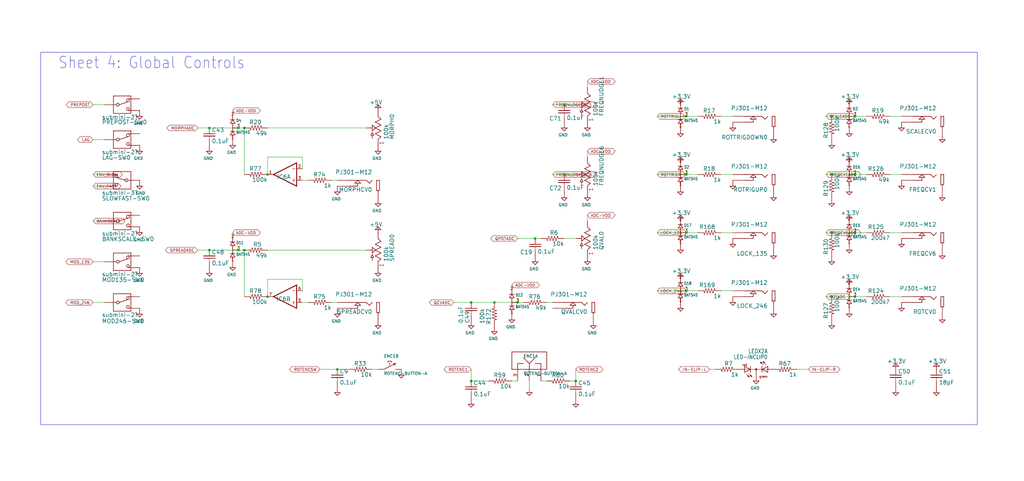
<source format=kicad_sch>
(kicad_sch (version 20231120) (generator "eeschema") (generator_version "8.0")
  (paper "User" 447.192 210.007)
  (lib_symbols
    (symbol "smrf-v1.0.1b-eagle-import:+3.3V" (power)
      (symbol "+3.3V_1_0"
        (pin power_in line (at 0 -2.54 90) (length 2.54) (name "+3.3V") (number "1"))
      )
    )
    (symbol "smrf-v1.0.1b-eagle-import:+5V" (power)
      (symbol "+5V_1_0"
        (pin power_in line (at 0 -2.54 90) (length 2.54) (name "+5V") (number "1"))
      )
    )
    (symbol "smrf-v1.0.1b-eagle-import:CB"
      (property "Reference" "C" (at 1.016 0.635 0))
      (symbol "CB_1_0"
        (pin passive line (at 0 2.54 270) (length 2.54) (name "1") (number "1"))
        (pin passive line (at 0 -5.08 90) (length 2.54) (name "2") (number "2"))
      )
    )
    (symbol "smrf-v1.0.1b-eagle-import:DIODE-DUAL"
      (property "Reference" "D" (at -1.524 2.54 0))
      (symbol "DIODE-DUAL_1_0"
        (pin bidirectional line (at 0 -5.08 180) (length 0) (name "ANODE") (number "1"))
        (pin bidirectional line (at 0 5.08 180) (length 0) (name "CATHODE") (number "2"))
        (pin bidirectional line (at -2.54 0 180) (length 0) (name "COMMON") (number "3"))
      )
    )
    (symbol "smrf-v1.0.1b-eagle-import:GND" (power)
      (symbol "GND_1_0"
        (pin power_in line (at 0 2.54 270) (length 2.54) (name "GND") (number "1"))
      )
    )
    (symbol "smrf-v1.0.1b-eagle-import:JACK-MONO-SWM2"
      (property "Reference" "J" (at -7.62 5.08 0))
      (symbol "JACK-MONO-SWM2_1_0"
        (pin passive line (at 7.62 2.54 180) (length 5.08) (name "TIP") (number "1"))
        (pin passive line (at -10.16 -5.08 90) (length 2.54) (name "SLEEVE") (number "2"))
        (pin passive line (at 7.62 0 180) (length 5.08) (name "TIP-SW") (number "3"))
      )
    )
    (symbol "smrf-v1.0.1b-eagle-import:LEDX2A"
      (property "Reference" "LED" (at 5.08 6.35 0))
      (symbol "LEDX2A_1_0"
        (text "green" (at 5.08 -2.54 0) (effects (font (size 1.016 0.8636)) (justify right top)))
        (text "red" (at -3.81 2.54 0) (effects (font (size 1.016 0.8636)) (justify right top)))
        (pin passive line (at -7.62 0 0) (length 2.54) (name "AR") (number "A-1"))
        (pin passive line (at 7.62 0 180) (length 2.54) (name "AG") (number "A-3"))
        (pin passive line (at 0 -2.54 90) (length 2.54) (name "C") (number "K-2"))
      )
    )
    (symbol "smrf-v1.0.1b-eagle-import:OPAMP-2TL072T"
      (property "Reference" "IC" (at -2.54 0 0))
      (symbol "OPAMP-2TL072T_1_0"
        (pin output line (at 7.62 0 180) (length 2.54) (name "OUT") (number "1"))
        (pin input line (at -7.62 -2.54 0) (length 2.54) (name "-IN") (number "2"))
        (pin input line (at -7.62 2.54 0) (length 2.54) (name "+IN") (number "3"))
      )
      (symbol "OPAMP-2TL072T_2_0"
        (pin input line (at -7.62 2.54 0) (length 2.54) (name "+IN") (number "5"))
        (pin input line (at -7.62 -2.54 0) (length 2.54) (name "-IN") (number "6"))
        (pin output line (at 7.62 0 180) (length 2.54) (name "OUT") (number "7"))
      )
      (symbol "OPAMP-2TL072T_3_0"
        (text "V+" (at 1.27 3.175 900) (effects (font (size 0.8128 0.6908)) (justify left bottom)))
        (text "V-" (at 1.27 -4.445 900) (effects (font (size 0.8128 0.6908)) (justify left bottom)))
        (pin power_in line (at 0 -7.62 90) (length 5.08) (name "V-") (number "4"))
        (pin power_in line (at 0 7.62 270) (length 5.08) (name "V+") (number "8"))
      )
    )
    (symbol "smrf-v1.0.1b-eagle-import:POTR0904N"
      (property "Reference" "VR" (at -5.08 -5.08 90))
      (symbol "POTR0904N_1_0"
        (text "1" (at -0.508 -7.366 900) (effects (font (size 1.778 1.5113)) (justify left bottom)))
        (pin passive line (at 0 -7.62 90) (length 2.54) (name "1") (number "1"))
        (pin passive line (at 5.08 0 180) (length 2.54) (name "2") (number "2"))
        (pin passive line (at 0 7.62 270) (length 2.54) (name "3") (number "3"))
      )
    )
    (symbol "smrf-v1.0.1b-eagle-import:RB"
      (property "Reference" "R" (at -2.54 1.4986 0))
      (symbol "RB_1_0"
        (pin passive line (at -5.08 0 0) (length 2.54) (name "1") (number "1"))
        (pin passive line (at 5.08 0 180) (length 2.54) (name "2") (number "2"))
      )
    )
    (symbol "smrf-v1.0.1b-eagle-import:ROTENC-BUTTON-A"
      (property "Reference" "ENC" (at -2.54 5.08 0))
      (symbol "ROTENC-BUTTON-A_1_0"
        (pin bidirectional line (at 5.08 -5.08 90) (length 5.08) (name "P$1") (number "1"))
        (pin bidirectional line (at 0 -5.08 90) (length 5.08) (name "P$2") (number "2"))
        (pin bidirectional line (at -5.08 -5.08 90) (length 5.08) (name "P$3") (number "3"))
      )
      (symbol "ROTENC-BUTTON-A_2_0"
        (pin passive line (at -5.08 0 0) (length 2.54) (name "P$1") (number "SW1"))
        (pin passive line (at 5.08 0 180) (length 2.54) (name "P$2") (number "SW2"))
      )
    )
    (symbol "smrf-v1.0.1b-eagle-import:SPDTT"
      (property "Reference" "S" (at -3.81 6.35 0))
      (symbol "SPDTT_1_0"
        (pin passive line (at 7.62 2.54 180) (length 5.08) (name "P$1") (number "P$1"))
        (pin passive line (at -7.62 0 0) (length 5.08) (name "P$2") (number "P$2"))
        (pin passive line (at 7.62 -2.54 180) (length 5.08) (name "P$3") (number "P$3"))
      )
    )
    (symbol "smrf-v1.0.1b-eagle-import:malekko main_RB"
      (property "Reference" "R" (at -2.54 1.4986 0))
      (symbol "malekko main_RB_1_0"
        (pin passive line (at -5.08 0 0) (length 2.54) (name "1") (number "1"))
        (pin passive line (at 5.08 0 180) (length 2.54) (name "2") (number "2"))
      )
    )
  )
  (junction (at 104.14 109.22))
  (junction (at 106.68 55.88))
  (junction (at 106.68 109.22))
  (junction (at 299.72 76.2))
  (junction (at 363.22 76.2))
  (junction (at 233.68 104.14))
  (junction (at 147.32 161.29))
  (junction (at 299.72 50.8))
  (junction (at 246.38 45.72))
  (junction (at 215.9 132.08))
  (junction (at 116.84 76.2))
  (junction (at 116.84 129.54))
  (junction (at 299.72 127))
  (junction (at 226.06 132.08))
  (junction (at 205.74 132.08))
  (junction (at 251.46 166.37))
  (junction (at 104.14 55.88))
  (junction (at 373.38 50.8))
  (junction (at 246.38 76.2))
  (junction (at 373.38 129.54))
  (junction (at 373.38 101.6))
  (junction (at 363.22 50.8))
  (junction (at 373.38 76.2))
  (junction (at 91.44 109.22))
  (junction (at 205.74 166.37))
  (junction (at 91.44 55.88))
  (junction (at 299.72 101.6))
  (junction (at 363.22 129.54))
  (junction (at 363.22 101.6))
  (wire (pts (xy 378.46 129.54) (xy 373.38 129.54)) (stroke (width 0.1524)))
  (wire (pts (xy 106.68 55.88) (xy 104.14 55.88)) (stroke (width 0.1524)))
  (wire (pts (xy 251.46 76.2) (xy 246.38 76.2)) (stroke (width 0.1524)))
  (wire (pts (xy 304.8 76.2) (xy 299.72 76.2)) (stroke (width 0.1524)))
  (wire (pts (xy 45.72 81.28) (xy 40.64 81.28)) (stroke (width 0.1524)))
  (wire (pts (xy 45.72 60.96) (xy 40.64 60.96)) (stroke (width 0.1524)))
  (wire (pts (xy 215.9 132.08) (xy 205.74 132.08)) (stroke (width 0.1524)))
  (wire (pts (xy 256.54 96.52) (xy 256.54 93.98)) (stroke (width 0.1524)))
  (wire (pts (xy 106.68 129.54) (xy 106.68 109.22)) (stroke (width 0.1524)))
  (wire (pts (xy 304.8 127) (xy 299.72 127)) (stroke (width 0.1524)))
  (wire (pts (xy 378.46 76.2) (xy 373.38 76.2)) (stroke (width 0.1524)))
  (wire (pts (xy 251.46 104.14) (xy 246.38 104.14)) (stroke (width 0.1524)))
  (wire (pts (xy 363.22 101.6) (xy 360.68 101.6)) (stroke (width 0.1524)))
  (wire (pts (xy 91.44 109.22) (xy 86.36 109.22)) (stroke (width 0.1524)))
  (wire (pts (xy 378.46 101.6) (xy 373.38 101.6)) (stroke (width 0.1524)))
  (wire (pts (xy 147.32 161.29) (xy 139.7 161.29)) (stroke (width 0.1524)))
  (wire (pts (xy 104.14 109.22) (xy 91.44 109.22)) (stroke (width 0.1524)))
  (wire (pts (xy 314.96 127) (xy 320.04 127)) (stroke (width 0.1524)))
  (wire (pts (xy 363.22 129.54) (xy 360.68 129.54)) (stroke (width 0.1524)))
  (wire (pts (xy 40.64 76.2) (xy 45.72 76.2)) (stroke (width 0.1524)))
  (wire (pts (xy 299.72 101.6) (xy 287.02 101.6)) (stroke (width 0.1524)))
  (wire (pts (xy 287.02 76.2) (xy 299.72 76.2)) (stroke (width 0.1524)))
  (wire (pts (xy 116.84 68.58) (xy 116.84 76.2)) (stroke (width 0.1524)))
  (wire (pts (xy 347.98 161.29) (xy 353.06 161.29)) (stroke (width 0.1524)))
  (wire (pts (xy 304.8 101.6) (xy 299.72 101.6)) (stroke (width 0.1524)))
  (wire (pts (xy 388.62 101.6) (xy 393.7 101.6)) (stroke (width 0.1524)))
  (wire (pts (xy 304.8 50.8) (xy 299.72 50.8)) (stroke (width 0.1524)))
  (wire (pts (xy 101.6 104.14) (xy 101.6 101.6)) (stroke (width 0.1524)))
  (wire (pts (xy 226.06 166.37) (xy 223.52 166.37)) (stroke (width 0.1524)))
  (wire (pts (xy 205.74 166.37) (xy 205.74 161.29)) (stroke (width 0.1524)))
  (wire (pts (xy 314.96 50.8) (xy 320.04 50.8)) (stroke (width 0.1524)))
  (wire (pts (xy 104.14 55.88) (xy 91.44 55.88)) (stroke (width 0.1524)))
  (wire (pts (xy 45.72 96.52) (xy 40.64 96.52)) (stroke (width 0.1524)))
  (wire (pts (xy 251.46 45.72) (xy 246.38 45.72)) (stroke (width 0.1524)))
  (wire (pts (xy 132.08 127) (xy 132.08 121.92)) (stroke (width 0.1524)))
  (wire (pts (xy 134.62 78.74) (xy 132.08 78.74)) (stroke (width 0.1524)))
  (wire (pts (xy 246.38 76.2) (xy 241.3 76.2)) (stroke (width 0.1524)))
  (wire (pts (xy 228.6 132.08) (xy 226.06 132.08)) (stroke (width 0.1524)))
  (wire (pts (xy 256.54 38.1) (xy 256.54 35.56)) (stroke (width 0.1524)))
  (wire (pts (xy 106.68 109.22) (xy 104.14 109.22)) (stroke (width 0.1524)))
  (polyline (pts (xy 17.78 185.42) (xy 17.78 22.86)) (stroke (width 0.1524) (type solid)))
  (wire (pts (xy 147.32 161.29) (xy 152.4 161.29)) (stroke (width 0.1524)))
  (polyline (pts (xy 426.72 185.42) (xy 17.78 185.42)) (stroke (width 0.1524) (type solid)))
  (wire (pts (xy 160.02 55.88) (xy 116.84 55.88)) (stroke (width 0.1524)))
  (wire (pts (xy 45.72 114.3) (xy 40.64 114.3)) (stroke (width 0.1524)))
  (wire (pts (xy 226.06 132.08) (xy 215.9 132.08)) (stroke (width 0.1524)))
  (wire (pts (xy 223.52 127) (xy 223.52 124.46)) (stroke (width 0.1524)))
  (wire (pts (xy 299.72 50.8) (xy 287.02 50.8)) (stroke (width 0.1524)))
  (wire (pts (xy 314.96 76.2) (xy 320.04 76.2)) (stroke (width 0.1524)))
  (wire (pts (xy 116.84 121.92) (xy 116.84 129.54)) (stroke (width 0.1524)))
  (wire (pts (xy 363.22 50.8) (xy 360.68 50.8)) (stroke (width 0.1524)))
  (wire (pts (xy 238.76 166.37) (xy 236.22 166.37)) (stroke (width 0.1524)))
  (wire (pts (xy 147.32 132.08) (xy 144.78 132.08)) (stroke (width 0.1524)))
  (wire (pts (xy 205.74 132.08) (xy 198.12 132.08)) (stroke (width 0.1524)))
  (wire (pts (xy 106.68 76.2) (xy 106.68 55.88)) (stroke (width 0.1524)))
  (wire (pts (xy 373.38 129.54) (xy 363.22 129.54)) (stroke (width 0.1524)))
  (wire (pts (xy 134.62 132.08) (xy 132.08 132.08)) (stroke (width 0.1524)))
  (wire (pts (xy 373.38 50.8) (xy 363.22 50.8)) (stroke (width 0.1524)))
  (wire (pts (xy 373.38 76.2) (xy 363.22 76.2)) (stroke (width 0.1524)))
  (wire (pts (xy 45.72 45.72) (xy 40.64 45.72)) (stroke (width 0.1524)))
  (wire (pts (xy 388.62 129.54) (xy 393.7 129.54)) (stroke (width 0.1524)))
  (wire (pts (xy 91.44 55.88) (xy 86.36 55.88)) (stroke (width 0.1524)))
  (wire (pts (xy 287.02 127) (xy 299.72 127)) (stroke (width 0.1524)))
  (wire (pts (xy 256.54 68.58) (xy 256.54 66.04)) (stroke (width 0.1524)))
  (wire (pts (xy 246.38 45.72) (xy 241.3 45.72)) (stroke (width 0.1524)))
  (wire (pts (xy 248.92 166.37) (xy 251.46 166.37)) (stroke (width 0.1524)))
  (polyline (pts (xy 426.72 22.86) (xy 426.72 185.42)) (stroke (width 0.1524) (type solid)))
  (wire (pts (xy 373.38 101.6) (xy 363.22 101.6)) (stroke (width 0.1524)))
  (wire (pts (xy 378.46 50.8) (xy 373.38 50.8)) (stroke (width 0.1524)))
  (wire (pts (xy 251.46 166.37) (xy 251.46 161.29)) (stroke (width 0.1524)))
  (wire (pts (xy 363.22 76.2) (xy 360.68 76.2)) (stroke (width 0.1524)))
  (wire (pts (xy 233.68 104.14) (xy 236.22 104.14)) (stroke (width 0.1524)))
  (wire (pts (xy 132.08 73.66) (xy 132.08 68.58)) (stroke (width 0.1524)))
  (wire (pts (xy 231.14 168.91) (xy 231.14 166.37)) (stroke (width 0.1524)))
  (wire (pts (xy 101.6 50.8) (xy 101.6 48.26)) (stroke (width 0.1524)))
  (wire (pts (xy 388.62 50.8) (xy 393.7 50.8)) (stroke (width 0.1524)))
  (wire (pts (xy 147.32 78.74) (xy 144.78 78.74)) (stroke (width 0.1524)))
  (wire (pts (xy 241.3 132.08) (xy 238.76 132.08)) (stroke (width 0.1524)))
  (wire (pts (xy 213.36 166.37) (xy 205.74 166.37)) (stroke (width 0.1524)))
  (wire (pts (xy 233.68 104.14) (xy 226.06 104.14)) (stroke (width 0.1524)))
  (wire (pts (xy 132.08 68.58) (xy 116.84 68.58)) (stroke (width 0.1524)))
  (wire (pts (xy 160.02 109.22) (xy 116.84 109.22)) (stroke (width 0.1524)))
  (wire (pts (xy 312.42 161.29) (xy 309.88 161.29)) (stroke (width 0.1524)))
  (wire (pts (xy 162.56 161.29) (xy 165.1 161.29)) (stroke (width 0.1524)))
  (wire (pts (xy 45.72 132.08) (xy 40.64 132.08)) (stroke (width 0.1524)))
  (wire (pts (xy 132.08 121.92) (xy 116.84 121.92)) (stroke (width 0.1524)))
  (wire (pts (xy 388.62 76.2) (xy 393.7 76.2)) (stroke (width 0.1524)))
  (polyline (pts (xy 17.78 22.86) (xy 426.72 22.86)) (stroke (width 0.1524) (type solid)))
  (wire (pts (xy 314.96 101.6) (xy 320.04 101.6)) (stroke (width 0.1524)))
  (text "Sheet 4: Global Controls" (at 25.4 30.48 0) (effects (font (size 5.08 4.318)) (justify left bottom)))
  (global_label "ENV_FAST" (shape bidirectional) (at 40.64 81.28 0) (effects (font (size 1.2446 1.2446))) (property "Intersheetrefs" "${INTERSHEET_REFS}" (effects (hide yes))))
  (global_label "FREQNUDGEADC1" (shape bidirectional) (at 241.3 45.72 0) (effects (font (size 1.2446 1.2446))) (property "Intersheetrefs" "${INTERSHEET_REFS}" (effects (hide yes))))
  (global_label "ADC-VDD" (shape bidirectional) (at 101.6 48.26 0) (effects (font (size 1.2446 1.2446))) (property "Intersheetrefs" "${INTERSHEET_REFS}" (effects (hide yes))))
  (global_label "BANKSCALE" (shape bidirectional) (at 40.64 96.52 0) (effects (font (size 1.2446 1.2446))) (property "Intersheetrefs" "${INTERSHEET_REFS}" (effects (hide yes))))
  (global_label "MORPHADC" (shape bidirectional) (at 86.36 55.88 180) (effects (font (size 1.2446 1.2446))) (property "Intersheetrefs" "${INTERSHEET_REFS}" (effects (hide yes))))
  (global_label "ROTTRIGL" (shape bidirectional) (at 287.02 50.8 0) (effects (font (size 1.2446 1.2446))) (property "Intersheetrefs" "${INTERSHEET_REFS}" (effects (hide yes))))
  (global_label "ADC-VDD" (shape bidirectional) (at 223.52 124.46 0) (effects (font (size 1.2446 1.2446))) (property "Intersheetrefs" "${INTERSHEET_REFS}" (effects (hide yes))))
  (global_label "ADC-VDD" (shape bidirectional) (at 101.6 101.6 0) (effects (font (size 1.2446 1.2446))) (property "Intersheetrefs" "${INTERSHEET_REFS}" (effects (hide yes))))
  (global_label "SPREADADC" (shape bidirectional) (at 86.36 109.22 180) (effects (font (size 1.2446 1.2446))) (property "Intersheetrefs" "${INTERSHEET_REFS}" (effects (hide yes))))
  (global_label "ADC-VDD" (shape bidirectional) (at 256.54 93.98 0) (effects (font (size 1.2446 1.2446))) (property "Intersheetrefs" "${INTERSHEET_REFS}" (effects (hide yes))))
  (global_label "ROTENC1" (shape bidirectional) (at 205.74 161.29 180) (effects (font (size 1.2446 1.2446))) (property "Intersheetrefs" "${INTERSHEET_REFS}" (effects (hide yes))))
  (global_label "MOD_135" (shape bidirectional) (at 40.64 114.3 180) (effects (font (size 1.2446 1.2446))) (property "Intersheetrefs" "${INTERSHEET_REFS}" (effects (hide yes))))
  (global_label "ROTENC2" (shape bidirectional) (at 251.46 161.29 0) (effects (font (size 1.2446 1.2446))) (property "Intersheetrefs" "${INTERSHEET_REFS}" (effects (hide yes))))
  (global_label "LOCK_135" (shape bidirectional) (at 287.02 101.6 0) (effects (font (size 1.2446 1.2446))) (property "Intersheetrefs" "${INTERSHEET_REFS}" (effects (hide yes))))
  (global_label "FREQNUDGEADC6" (shape bidirectional) (at 241.3 76.2 0) (effects (font (size 1.2446 1.2446))) (property "Intersheetrefs" "${INTERSHEET_REFS}" (effects (hide yes))))
  (global_label "PREPOST" (shape bidirectional) (at 40.64 45.72 180) (effects (font (size 1.2446 1.2446))) (property "Intersheetrefs" "${INTERSHEET_REFS}" (effects (hide yes))))
  (global_label "QCVADC" (shape bidirectional) (at 198.12 132.08 180) (effects (font (size 1.2446 1.2446))) (property "Intersheetrefs" "${INTERSHEET_REFS}" (effects (hide yes))))
  (global_label "SCALEADC" (shape bidirectional) (at 360.68 50.8 0) (effects (font (size 1.2446 1.2446))) (property "Intersheetrefs" "${INTERSHEET_REFS}" (effects (hide yes))))
  (global_label "ROTTRIGR" (shape bidirectional) (at 287.02 76.2 0) (effects (font (size 1.2446 1.2446))) (property "Intersheetrefs" "${INTERSHEET_REFS}" (effects (hide yes))))
  (global_label "ADC-VDD" (shape bidirectional) (at 256.54 66.04 0) (effects (font (size 1.2446 1.2446))) (property "Intersheetrefs" "${INTERSHEET_REFS}" (effects (hide yes))))
  (global_label "IN-CLIP-L" (shape bidirectional) (at 309.88 161.29 180) (effects (font (size 1.2446 1.2446))) (property "Intersheetrefs" "${INTERSHEET_REFS}" (effects (hide yes))))
  (global_label "ENV_SLOW" (shape bidirectional) (at 40.64 76.2 0) (effects (font (size 1.2446 1.2446))) (property "Intersheetrefs" "${INTERSHEET_REFS}" (effects (hide yes))))
  (global_label "LAG" (shape bidirectional) (at 40.64 60.96 180) (effects (font (size 1.2446 1.2446))) (property "Intersheetrefs" "${INTERSHEET_REFS}" (effects (hide yes))))
  (global_label "ROTADC" (shape bidirectional) (at 360.68 129.54 0) (effects (font (size 1.2446 1.2446))) (property "Intersheetrefs" "${INTERSHEET_REFS}" (effects (hide yes))))
  (global_label "LOCK_246" (shape bidirectional) (at 287.02 127 0) (effects (font (size 1.2446 1.2446))) (property "Intersheetrefs" "${INTERSHEET_REFS}" (effects (hide yes))))
  (global_label "IN-CLIP-R" (shape bidirectional) (at 353.06 161.29 0) (effects (font (size 1.2446 1.2446))) (property "Intersheetrefs" "${INTERSHEET_REFS}" (effects (hide yes))))
  (global_label "MOD_246" (shape bidirectional) (at 40.64 132.08 180) (effects (font (size 1.2446 1.2446))) (property "Intersheetrefs" "${INTERSHEET_REFS}" (effects (hide yes))))
  (global_label "FREQCV6ADC" (shape bidirectional) (at 360.68 101.6 0) (effects (font (size 1.2446 1.2446))) (property "Intersheetrefs" "${INTERSHEET_REFS}" (effects (hide yes))))
  (global_label "ADC-VDD" (shape bidirectional) (at 256.54 35.56 0) (effects (font (size 1.2446 1.2446))) (property "Intersheetrefs" "${INTERSHEET_REFS}" (effects (hide yes))))
  (global_label "ROTENCSW" (shape bidirectional) (at 139.7 161.29 180) (effects (font (size 1.2446 1.2446))) (property "Intersheetrefs" "${INTERSHEET_REFS}" (effects (hide yes))))
  (global_label "QPOTADC" (shape bidirectional) (at 226.06 104.14 180) (effects (font (size 1.2446 1.2446))) (property "Intersheetrefs" "${INTERSHEET_REFS}" (effects (hide yes))))
  (global_label "FREQCV1ADC" (shape bidirectional) (at 360.68 76.2 0) (effects (font (size 1.2446 1.2446))) (property "Intersheetrefs" "${INTERSHEET_REFS}" (effects (hide yes))))
  (symbol (lib_id "smrf-v1.0.1b-eagle-import:GND") (at 165.1 119.38 0) (unit 1)
    (property "Reference" "#GND197" (effects (hide yes)))
    (property "Value" "GND" (at 162.56 123.19 0) (effects (justify left bottom)))
  )
  (symbol (lib_id "smrf-v1.0.1b-eagle-import:JACK-MONO-SWM2") (at 327.66 129.54 0) (mirror y) (unit 1)
    (property "Reference" "LOCK_246" (at 335.28 134.62 0) (effects (font (size 1.778 1.778)) (justify left bottom)))
    (property "Value" "PJ301-M12" (at 335.28 124.46 0) (effects (font (size 1.778 1.778)) (justify left bottom)))
    (property "Footprint" "smrf-v1.0.1b:PJ301M-12-FIX" (effects (hide yes)))
  )
  (symbol (lib_id "smrf-v1.0.1b-eagle-import:RB") (at 363.22 55.88 90) (mirror x) (unit 1)
    (property "Reference" "R128" (at 361.7214 53.34 0) (effects (font (size 1.778 1.778)) (justify left bottom)))
    (property "Value" "100k" (at 366.522 50.8 0) (effects (font (size 1.778 1.778)) (justify left bottom)))
    (property "Footprint" "smrf-v1.0.1b:R0603" (effects (hide yes)))
  )
  (symbol (lib_id "smrf-v1.0.1b-eagle-import:CB") (at 91.44 111.76 0) (unit 1)
    (property "Reference" "C48" (at 92.456 111.125 0) (effects (font (size 1.778 1.778)) (justify left bottom)))
    (property "Value" "0.1uF" (at 92.456 115.951 0) (effects (font (size 1.778 1.778)) (justify left bottom)))
    (property "Footprint" "smrf-v1.0.1b:C0603" (effects (hide yes)))
  )
  (symbol (lib_id "smrf-v1.0.1b-eagle-import:+3.3V") (at 408.94 158.75 0) (unit 1)
    (property "Reference" "#+3.3V29" (effects (hide yes)))
    (property "Value" "+3.3V" (at 405.13 158.75 0) (effects (font (size 1.778 1.778)) (justify left bottom)))
  )
  (symbol (lib_id "smrf-v1.0.1b-eagle-import:RB") (at 309.88 50.8 0) (mirror y) (unit 1)
    (property "Reference" "R17" (at 312.42 49.3014 0) (effects (font (size 1.778 1.778)) (justify left bottom)))
    (property "Value" "1k" (at 314.96 54.102 0) (effects (font (size 1.778 1.778)) (justify left bottom)))
    (property "Footprint" "smrf-v1.0.1b:R0603" (effects (hide yes)))
  )
  (symbol (lib_id "smrf-v1.0.1b-eagle-import:JACK-MONO-SWM2") (at 401.32 78.74 0) (mirror y) (unit 1)
    (property "Reference" "FREQCV1" (at 408.94 83.82 0) (effects (font (size 1.778 1.778)) (justify left bottom)))
    (property "Value" "PJ301-M12" (at 408.94 73.66 0) (effects (font (size 1.778 1.778)) (justify left bottom)))
    (property "Footprint" "smrf-v1.0.1b:PJ301M-12-FIX" (effects (hide yes)))
  )
  (symbol (lib_id "smrf-v1.0.1b-eagle-import:JACK-MONO-SWM2") (at 327.66 53.34 0) (mirror y) (unit 1)
    (property "Reference" "ROTTRIGDOWN0" (at 335.28 60.96 0) (effects (font (size 1.778 1.778)) (justify left bottom)))
    (property "Value" "PJ301-M12" (at 335.28 48.26 0) (effects (font (size 1.778 1.778)) (justify left bottom)))
    (property "Footprint" "smrf-v1.0.1b:PJ301M-12-FIX" (effects (hide yes)))
  )
  (symbol (lib_id "smrf-v1.0.1b-eagle-import:GND") (at 320.04 81.28 0) (unit 1)
    (property "Reference" "#GND34" (effects (hide yes)))
    (property "Value" "GND" (effects (hide yes)))
  )
  (symbol (lib_id "smrf-v1.0.1b-eagle-import:RB") (at 363.22 106.68 90) (mirror x) (unit 1)
    (property "Reference" "R130" (at 361.7214 104.14 0) (effects (font (size 1.778 1.778)) (justify left bottom)))
    (property "Value" "100k" (at 366.522 101.6 0) (effects (font (size 1.778 1.778)) (justify left bottom)))
    (property "Footprint" "smrf-v1.0.1b:R0603" (effects (hide yes)))
  )
  (symbol (lib_id "smrf-v1.0.1b-eagle-import:GND") (at 337.82 86.36 0) (unit 1)
    (property "Reference" "#GND20" (effects (hide yes)))
    (property "Value" "GND" (effects (hide yes)))
  )
  (symbol (lib_id "smrf-v1.0.1b-eagle-import:GND") (at 391.16 171.45 0) (unit 1)
    (property "Reference" "#GND99" (effects (hide yes)))
    (property "Value" "GND" (effects (hide yes)))
  )
  (symbol (lib_id "smrf-v1.0.1b-eagle-import:GND") (at 175.26 163.83 0) (unit 1)
    (property "Reference" "#GND113" (effects (hide yes)))
    (property "Value" "GND" (effects (hide yes)))
  )
  (symbol (lib_id "smrf-v1.0.1b-eagle-import:JACK-MONO-SWM2") (at 401.32 132.08 0) (mirror y) (unit 1)
    (property "Reference" "ROTCV0" (at 408.94 137.16 0) (effects (font (size 1.778 1.778)) (justify left bottom)))
    (property "Value" "PJ301-M12" (at 408.94 127 0) (effects (font (size 1.778 1.778)) (justify left bottom)))
    (property "Footprint" "smrf-v1.0.1b:PJ301M-12-FIX" (effects (hide yes)))
  )
  (symbol (lib_id "smrf-v1.0.1b-eagle-import:malekko main_RB") (at 317.5 161.29 0) (mirror y) (unit 1)
    (property "Reference" "R7" (at 320.04 159.7914 0) (effects (font (size 1.778 1.778)) (justify left bottom)))
    (property "Value" "1k" (at 322.58 164.592 0) (effects (font (size 1.778 1.778)) (justify left bottom)))
    (property "Footprint" "smrf-v1.0.1b:R0603" (effects (hide yes)))
  )
  (symbol (lib_id "smrf-v1.0.1b-eagle-import:malekko main_RB") (at 233.68 132.08 0) (mirror y) (unit 1)
    (property "Reference" "R76" (at 236.22 130.5814 0) (effects (font (size 1.778 1.778)) (justify left bottom)))
    (property "Value" "49k" (at 238.76 135.382 0) (effects (font (size 1.778 1.778)) (justify left bottom)))
    (property "Footprint" "smrf-v1.0.1b:R0603" (effects (hide yes)))
  )
  (symbol (lib_id "smrf-v1.0.1b-eagle-import:CB") (at 147.32 163.83 0) (unit 1)
    (property "Reference" "C9" (at 148.336 163.195 0) (effects (font (size 1.778 1.778)) (justify left bottom)))
    (property "Value" "0.1uF" (at 148.336 168.021 0) (effects (font (size 1.778 1.778)) (justify left bottom)))
    (property "Footprint" "smrf-v1.0.1b:C0603" (effects (hide yes)))
  )
  (symbol (lib_id "smrf-v1.0.1b-eagle-import:SPDTT") (at 53.34 78.74 180) (unit 1)
    (property "Reference" "SLOWFAST-SW0" (at 44.45 85.598 0) (effects (font (size 1.778 1.778)) (justify right bottom)))
    (property "Value" "submini-3T" (at 44.45 83.185 0) (effects (font (size 1.778 1.778)) (justify right bottom)))
    (property "Footprint" "smrf-v1.0.1b:SPDT-SUB" (effects (hide yes)))
  )
  (symbol (lib_id "smrf-v1.0.1b-eagle-import:JACK-MONO-SWM2") (at 154.94 81.28 0) (mirror y) (unit 1)
    (property "Reference" "MORPHCV0" (at 162.56 83.82 0) (effects (font (size 1.778 1.778)) (justify left bottom)))
    (property "Value" "PJ301-M12" (at 162.56 76.2 0) (effects (font (size 1.778 1.778)) (justify left bottom)))
    (property "Footprint" "smrf-v1.0.1b:PJ301M-12-FIX" (effects (hide yes)))
  )
  (symbol (lib_id "smrf-v1.0.1b-eagle-import:CB") (at 391.16 163.83 0) (unit 1)
    (property "Reference" "C50" (at 392.176 163.195 0) (effects (font (size 1.778 1.778)) (justify left bottom)))
    (property "Value" "0.1uF" (at 392.176 168.021 0) (effects (font (size 1.778 1.778)) (justify left bottom)))
    (property "Footprint" "smrf-v1.0.1b:C0603" (effects (hide yes)))
  )
  (symbol (lib_id "smrf-v1.0.1b-eagle-import:+3.3V") (at 370.84 43.18 0) (unit 1)
    (property "Reference" "#+3.3V6" (effects (hide yes)))
    (property "Value" "+3.3V" (at 367.03 43.18 0) (effects (font (size 1.778 1.778)) (justify left bottom)))
  )
  (symbol (lib_id "smrf-v1.0.1b-eagle-import:GND") (at 251.46 176.53 0) (unit 1)
    (property "Reference" "#GND112" (effects (hide yes)))
    (property "Value" "GND" (effects (hide yes)))
  )
  (symbol (lib_id "smrf-v1.0.1b-eagle-import:GND") (at 363.22 88.9 0) (unit 1)
    (property "Reference" "#GND173" (effects (hide yes)))
    (property "Value" "GND" (effects (hide yes)))
  )
  (symbol (lib_id "smrf-v1.0.1b-eagle-import:DIODE-DUAL") (at 370.84 129.54 0) (mirror y) (unit 1)
    (property "Reference" "D14" (at 372.364 127 0) (effects (font (size 1.27 1.0795)) (justify right bottom)))
    (property "Value" "BAT54S" (at 372.364 132.08 0) (effects (font (size 1.27 1.0795)) (justify right bottom)))
    (property "Footprint" "smrf-v1.0.1b:SOT23" (effects (hide yes)))
  )
  (symbol (lib_id "smrf-v1.0.1b-eagle-import:RB") (at 383.54 101.6 0) (mirror y) (unit 1)
    (property "Reference" "R125" (at 386.08 100.1014 0) (effects (font (size 1.778 1.778)) (justify left bottom)))
    (property "Value" "200k?" (at 388.62 104.902 0) (effects (font (size 1.778 1.778)) (justify left bottom)))
    (property "Footprint" "smrf-v1.0.1b:R0603" (effects (hide yes)))
  )
  (symbol (lib_id "smrf-v1.0.1b-eagle-import:RB") (at 157.48 161.29 0) (mirror y) (unit 1)
    (property "Reference" "R33" (at 160.02 159.7914 0) (effects (font (size 1.778 1.778)) (justify left bottom)))
    (property "Value" "10k" (at 162.56 164.592 0) (effects (font (size 1.778 1.778)) (justify left bottom)))
    (property "Footprint" "smrf-v1.0.1b:R0603" (effects (hide yes)))
  )
  (symbol (lib_id "smrf-v1.0.1b-eagle-import:GND") (at 330.2 166.37 0) (unit 1)
    (property "Reference" "#GND126" (effects (hide yes)))
    (property "Value" "GND" (at 327.66 170.18 0) (effects (justify left bottom)))
  )
  (symbol (lib_id "smrf-v1.0.1b-eagle-import:RB") (at 363.22 81.28 90) (mirror x) (unit 1)
    (property "Reference" "R129" (at 361.7214 78.74 0) (effects (font (size 1.778 1.778)) (justify left bottom)))
    (property "Value" "100k" (at 366.522 76.2 0) (effects (font (size 1.778 1.778)) (justify left bottom)))
    (property "Footprint" "smrf-v1.0.1b:R0603" (effects (hide yes)))
  )
  (symbol (lib_id "smrf-v1.0.1b-eagle-import:DIODE-DUAL") (at 297.18 101.6 0) (mirror y) (unit 1)
    (property "Reference" "D17" (at 298.704 99.06 0) (effects (font (size 1.27 1.0795)) (justify right bottom)))
    (property "Value" "BAT54S" (at 298.704 104.14 0) (effects (font (size 1.27 1.0795)) (justify right bottom)))
    (property "Footprint" "smrf-v1.0.1b:SOT23" (effects (hide yes)))
  )
  (symbol (lib_id "smrf-v1.0.1b-eagle-import:GND") (at 320.04 132.08 0) (unit 1)
    (property "Reference" "#GND180" (effects (hide yes)))
    (property "Value" "GND" (effects (hide yes)))
  )
  (symbol (lib_id "smrf-v1.0.1b-eagle-import:JACK-MONO-SWM2") (at 401.32 53.34 0) (mirror y) (unit 1)
    (property "Reference" "SCALECV0" (at 408.94 58.42 0) (effects (font (size 1.778 1.778)) (justify left bottom)))
    (property "Value" "PJ301-M12" (at 408.94 48.26 0) (effects (font (size 1.778 1.778)) (justify left bottom)))
    (property "Footprint" "smrf-v1.0.1b:PJ301M-12-FIX" (effects (hide yes)))
  )
  (symbol (lib_id "smrf-v1.0.1b-eagle-import:GND") (at 363.22 114.3 0) (unit 1)
    (property "Reference" "#GND174" (effects (hide yes)))
    (property "Value" "GND" (effects (hide yes)))
  )
  (symbol (lib_id "smrf-v1.0.1b-eagle-import:+3.3V") (at 370.84 68.58 0) (unit 1)
    (property "Reference" "#+3.3V20" (effects (hide yes)))
    (property "Value" "+3.3V" (at 367.03 68.58 0) (effects (font (size 1.778 1.778)) (justify left bottom)))
  )
  (symbol (lib_id "smrf-v1.0.1b-eagle-import:GND") (at 147.32 137.16 0) (unit 1)
    (property "Reference" "#GND204" (effects (hide yes)))
    (property "Value" "GND" (at 144.78 140.97 0) (effects (justify left bottom)))
  )
  (symbol (lib_id "smrf-v1.0.1b-eagle-import:GND") (at 393.7 134.62 0) (unit 1)
    (property "Reference" "#GND164" (effects (hide yes)))
    (property "Value" "GND" (effects (hide yes)))
  )
  (symbol (lib_id "smrf-v1.0.1b-eagle-import:GND") (at 297.18 134.62 0) (unit 1)
    (property "Reference" "#GND178" (effects (hide yes)))
    (property "Value" "GND" (effects (hide yes)))
  )
  (symbol (lib_id "smrf-v1.0.1b-eagle-import:GND") (at 297.18 83.82 0) (unit 1)
    (property "Reference" "#GND24" (effects (hide yes)))
    (property "Value" "GND" (effects (hide yes)))
  )
  (symbol (lib_id "smrf-v1.0.1b-eagle-import:LEDX2A") (at 330.2 161.29 0) (unit 1)
    (property "Reference" "LED-INCLIP0" (at 335.28 154.94 0) (effects (font (size 1.778 1.5113)) (justify right top)))
    (property "Value" "LEDX2A" (at 335.28 152.4 0) (effects (font (size 1.778 1.5113)) (justify right top)))
    (property "Footprint" "smrf-v1.0.1b:LED-T1X2" (effects (hide yes)))
  )
  (symbol (lib_id "smrf-v1.0.1b-eagle-import:GND") (at 60.96 81.28 0) (mirror y) (unit 1)
    (property "Reference" "#GND108" (effects (hide yes)))
    (property "Value" "GND" (at 63.5 85.09 0) (effects (justify left bottom)))
  )
  (symbol (lib_id "smrf-v1.0.1b-eagle-import:malekko main_RB") (at 111.76 76.2 0) (mirror y) (unit 1)
    (property "Reference" "R77" (at 114.3 74.7014 0) (effects (font (size 1.778 1.778)) (justify left bottom)))
    (property "Value" "100k" (at 116.84 79.502 0) (effects (font (size 1.778 1.778)) (justify left bottom)))
    (property "Footprint" "smrf-v1.0.1b:R0603" (effects (hide yes)))
  )
  (symbol (lib_id "smrf-v1.0.1b-eagle-import:GND") (at 297.18 58.42 0) (unit 1)
    (property "Reference" "#GND23" (effects (hide yes)))
    (property "Value" "GND" (effects (hide yes)))
  )
  (symbol (lib_id "smrf-v1.0.1b-eagle-import:GND") (at 363.22 142.24 0) (unit 1)
    (property "Reference" "#GND171" (effects (hide yes)))
    (property "Value" "GND" (effects (hide yes)))
  )
  (symbol (lib_id "smrf-v1.0.1b-eagle-import:GND") (at 60.96 50.8 0) (unit 1)
    (property "Reference" "#GND6" (effects (hide yes)))
    (property "Value" "GND" (at 58.42 54.61 0) (effects (justify left bottom)))
  )
  (symbol (lib_id "smrf-v1.0.1b-eagle-import:RB") (at 383.54 50.8 0) (mirror y) (unit 1)
    (property "Reference" "R19" (at 386.08 49.3014 0) (effects (font (size 1.778 1.778)) (justify left bottom)))
    (property "Value" "49k" (at 388.62 54.102 0) (effects (font (size 1.778 1.778)) (justify left bottom)))
    (property "Footprint" "smrf-v1.0.1b:R0603" (effects (hide yes)))
  )
  (symbol (lib_id "smrf-v1.0.1b-eagle-import:CB") (at 91.44 58.42 0) (unit 1)
    (property "Reference" "C43" (at 92.456 57.785 0) (effects (font (size 1.778 1.778)) (justify left bottom)))
    (property "Value" "0.1uF" (at 92.456 62.611 0) (effects (font (size 1.778 1.778)) (justify left bottom)))
    (property "Footprint" "smrf-v1.0.1b:C0603" (effects (hide yes)))
  )
  (symbol (lib_id "smrf-v1.0.1b-eagle-import:GND") (at 205.74 142.24 0) (unit 1)
    (property "Reference" "#GND196" (effects (hide yes)))
    (property "Value" "GND" (at 203.2 146.05 0) (effects (justify left bottom)))
  )
  (symbol (lib_id "smrf-v1.0.1b-eagle-import:GND") (at 370.84 109.22 0) (unit 1)
    (property "Reference" "#GND166" (effects (hide yes)))
    (property "Value" "GND" (effects (hide yes)))
  )
  (symbol (lib_id "smrf-v1.0.1b-eagle-import:POTR0904N") (at 256.54 76.2 0) (mirror y) (unit 1)
    (property "Reference" "FREQNUDGE6" (at 261.62 81.28 90) (effects (font (size 1.778 1.778)) (justify left bottom)))
    (property "Value" "100k" (at 259.08 81.28 90) (effects (font (size 1.778 1.778)) (justify left bottom)))
    (property "Footprint" "smrf-v1.0.1b:POT-9MM-SONGHUEI" (effects (hide yes)))
  )
  (symbol (lib_id "smrf-v1.0.1b-eagle-import:RB") (at 383.54 129.54 0) (mirror y) (unit 1)
    (property "Reference" "R124" (at 386.08 128.0414 0) (effects (font (size 1.778 1.778)) (justify left bottom)))
    (property "Value" "200k?" (at 388.62 132.842 0) (effects (font (size 1.778 1.778)) (justify left bottom)))
    (property "Footprint" "smrf-v1.0.1b:R0603" (effects (hide yes)))
  )
  (symbol (lib_id "smrf-v1.0.1b-eagle-import:GND") (at 147.32 83.82 0) (unit 1)
    (property "Reference" "#GND203" (effects (hide yes)))
    (property "Value" "GND" (at 144.78 87.63 0) (effects (justify left bottom)))
  )
  (symbol (lib_id "smrf-v1.0.1b-eagle-import:GND") (at 165.1 88.9 0) (unit 1)
    (property "Reference" "#GND17" (effects (hide yes)))
    (property "Value" "GND" (at 162.56 92.71 0) (effects (justify left bottom)))
  )
  (symbol (lib_id "smrf-v1.0.1b-eagle-import:+5V") (at 165.1 99.06 0) (unit 1)
    (property "Reference" "#+5V8" (effects (hide yes)))
    (property "Value" "+5V" (at 161.29 99.06 0) (effects (font (size 1.778 1.778)) (justify left bottom)))
  )
  (symbol (lib_id "smrf-v1.0.1b-eagle-import:GND") (at 411.48 60.96 0) (unit 1)
    (property "Reference" "#GND21" (effects (hide yes)))
    (property "Value" "GND" (effects (hide yes)))
  )
  (symbol (lib_id "smrf-v1.0.1b-eagle-import:GND") (at 91.44 66.04 0) (unit 1)
    (property "Reference" "#GND199" (effects (hide yes)))
    (property "Value" "GND" (at 88.9 69.85 0) (effects (justify left bottom)))
  )
  (symbol (lib_id "smrf-v1.0.1b-eagle-import:malekko main_RB") (at 111.76 129.54 0) (mirror y) (unit 1)
    (property "Reference" "R78" (at 114.3 128.0414 0) (effects (font (size 1.778 1.778)) (justify left bottom)))
    (property "Value" "100k" (at 116.84 132.842 0) (effects (font (size 1.778 1.778)) (justify left bottom)))
    (property "Footprint" "smrf-v1.0.1b:R0603" (effects (hide yes)))
  )
  (symbol (lib_id "smrf-v1.0.1b-eagle-import:GND") (at 233.68 114.3 0) (unit 1)
    (property "Reference" "#GND189" (effects (hide yes)))
    (property "Value" "GND" (at 231.14 118.11 0) (effects (justify left bottom)))
  )
  (symbol (lib_id "smrf-v1.0.1b-eagle-import:GND") (at 408.94 171.45 0) (unit 1)
    (property "Reference" "#GND100" (effects (hide yes)))
    (property "Value" "GND" (effects (hide yes)))
  )
  (symbol (lib_id "smrf-v1.0.1b-eagle-import:GND") (at 256.54 55.88 0) (unit 1)
    (property "Reference" "#GND183" (effects (hide yes)))
    (property "Value" "GND" (at 254 59.69 0) (effects (justify left bottom)))
  )
  (symbol (lib_id "smrf-v1.0.1b-eagle-import:GND") (at 337.82 60.96 0) (unit 1)
    (property "Reference" "#GND19" (effects (hide yes)))
    (property "Value" "GND" (effects (hide yes)))
  )
  (symbol (lib_id "smrf-v1.0.1b-eagle-import:SPDTT") (at 53.34 114.3 0) (mirror x) (unit 1)
    (property "Reference" "MOD135-SW0" (at 44.45 121.158 0) (effects (font (size 1.778 1.778)) (justify left bottom)))
    (property "Value" "submini-2T" (at 44.45 118.745 0) (effects (font (size 1.778 1.778)) (justify left bottom)))
    (property "Footprint" "smrf-v1.0.1b:SPDT-SUB" (effects (hide yes)))
  )
  (symbol (lib_id "smrf-v1.0.1b-eagle-import:malekko main_RB") (at 342.9 161.29 0) (mirror y) (unit 1)
    (property "Reference" "R67" (at 345.44 159.7914 0) (effects (font (size 1.778 1.778)) (justify left bottom)))
    (property "Value" "1k" (at 347.98 164.592 0) (effects (font (size 1.778 1.778)) (justify left bottom)))
    (property "Footprint" "smrf-v1.0.1b:R0603" (effects (hide yes)))
  )
  (symbol (lib_id "smrf-v1.0.1b-eagle-import:malekko main_RB") (at 139.7 78.74 0) (mirror y) (unit 1)
    (property "Reference" "R74" (at 142.24 77.2414 0) (effects (font (size 1.778 1.778)) (justify left bottom)))
    (property "Value" "1k" (at 144.78 82.042 0) (effects (font (size 1.778 1.778)) (justify left bottom)))
    (property "Footprint" "smrf-v1.0.1b:R0603" (effects (hide yes)))
  )
  (symbol (lib_id "smrf-v1.0.1b-eagle-import:SPDTT") (at 53.34 60.96 0) (mirror x) (unit 1)
    (property "Reference" "LAG-SW0" (at 44.45 67.818 0) (effects (font (size 1.778 1.778)) (justify left bottom)))
    (property "Value" "submini-2T" (at 44.45 65.405 0) (effects (font (size 1.778 1.778)) (justify left bottom)))
    (property "Footprint" "smrf-v1.0.1b:SPDT-SUB" (effects (hide yes)))
  )
  (symbol (lib_id "smrf-v1.0.1b-eagle-import:GND") (at 393.7 81.28 0) (unit 1)
    (property "Reference" "#GND170" (effects (hide yes)))
    (property "Value" "GND" (effects (hide yes)))
  )
  (symbol (lib_id "smrf-v1.0.1b-eagle-import:GND") (at 246.38 55.88 0) (unit 1)
    (property "Reference" "#GND188" (effects (hide yes)))
    (property "Value" "GND" (at 243.84 59.69 0) (effects (justify left bottom)))
  )
  (symbol (lib_id "smrf-v1.0.1b-eagle-import:malekko main_RB") (at 215.9 137.16 90) (mirror x) (unit 1)
    (property "Reference" "R172" (at 214.4014 134.62 0) (effects (font (size 1.778 1.778)) (justify left bottom)))
    (property "Value" "100k" (at 211.582 134.62 0) (effects (font (size 1.778 1.778)) (justify left bottom)))
    (property "Footprint" "smrf-v1.0.1b:R0603" (effects (hide yes)))
  )
  (symbol (lib_id "smrf-v1.0.1b-eagle-import:GND") (at 101.6 63.5 0) (unit 1)
    (property "Reference" "#GND202" (effects (hide yes)))
    (property "Value" "GND" (at 99.06 67.31 0) (effects (justify left bottom)))
  )
  (symbol (lib_id "smrf-v1.0.1b-eagle-import:GND") (at 256.54 114.3 0) (unit 1)
    (property "Reference" "#GND192" (effects (hide yes)))
    (property "Value" "GND" (at 254 118.11 0) (effects (justify left bottom)))
  )
  (symbol (lib_id "smrf-v1.0.1b-eagle-import:POTR0904N") (at 165.1 109.22 0) (mirror y) (unit 1)
    (property "Reference" "SPREAD0" (at 170.18 114.3 90) (effects (font (size 1.778 1.778)) (justify left bottom)))
    (property "Value" "100k" (at 167.64 114.3 90) (effects (font (size 1.778 1.778)) (justify left bottom)))
    (property "Footprint" "smrf-v1.0.1b:POT-9MM-SONGHUEI" (effects (hide yes)))
  )
  (symbol (lib_id "smrf-v1.0.1b-eagle-import:+3.3V") (at 297.18 93.98 0) (unit 1)
    (property "Reference" "#+3.3V24" (effects (hide yes)))
    (property "Value" "+3.3V" (at 293.37 93.98 0) (effects (font (size 1.778 1.778)) (justify left bottom)))
  )
  (symbol (lib_id "smrf-v1.0.1b-eagle-import:CB") (at 246.38 48.26 0) (unit 1)
    (property "Reference" "C71" (at 239.776 52.705 0) (effects (font (size 1.778 1.778)) (justify left bottom)))
    (property "Value" "0.1uF" (at 247.396 52.451 0) (effects (font (size 1.778 1.778)) (justify left bottom)))
    (property "Footprint" "smrf-v1.0.1b:C0603" (effects (hide yes)))
  )
  (symbol (lib_id "smrf-v1.0.1b-eagle-import:GND") (at 91.44 119.38 0) (unit 1)
    (property "Reference" "#GND200" (effects (hide yes)))
    (property "Value" "GND" (at 88.9 123.19 0) (effects (justify left bottom)))
  )
  (symbol (lib_id "smrf-v1.0.1b-eagle-import:GND") (at 411.48 86.36 0) (unit 1)
    (property "Reference" "#GND168" (effects (hide yes)))
    (property "Value" "GND" (effects (hide yes)))
  )
  (symbol (lib_id "smrf-v1.0.1b-eagle-import:RB") (at 309.88 101.6 0) (mirror y) (unit 1)
    (property "Reference" "R168" (at 312.42 100.1014 0) (effects (font (size 1.778 1.778)) (justify left bottom)))
    (property "Value" "1k" (at 314.96 104.902 0) (effects (font (size 1.778 1.778)) (justify left bottom)))
    (property "Footprint" "smrf-v1.0.1b:R0603" (effects (hide yes)))
  )
  (symbol (lib_id "smrf-v1.0.1b-eagle-import:JACK-MONO-SWM2") (at 327.66 104.14 0) (mirror y) (unit 1)
    (property "Reference" "LOCK_135" (at 335.28 111.76 0) (effects (font (size 1.778 1.778)) (justify left bottom)))
    (property "Value" "PJ301-M12" (at 335.28 99.06 0) (effects (font (size 1.778 1.778)) (justify left bottom)))
    (property "Footprint" "smrf-v1.0.1b:PJ301M-12-FIX" (effects (hide yes)))
  )
  (symbol (lib_id "smrf-v1.0.1b-eagle-import:GND") (at 60.96 66.04 0) (unit 1)
    (property "Reference" "#GND109" (effects (hide yes)))
    (property "Value" "GND" (at 58.42 69.85 0) (effects (justify left bottom)))
  )
  (symbol (lib_id "smrf-v1.0.1b-eagle-import:GND") (at 411.48 139.7 0) (unit 1)
    (property "Reference" "#GND162" (effects (hide yes)))
    (property "Value" "GND" (effects (hide yes)))
  )
  (symbol (lib_id "smrf-v1.0.1b-eagle-import:CB") (at 205.74 168.91 0) (unit 1)
    (property "Reference" "C44" (at 206.756 168.275 0) (effects (font (size 1.778 1.778)) (justify left bottom)))
    (property "Value" "0.1uF" (at 206.756 173.101 0) (effects (font (size 1.778 1.778)) (justify left bottom)))
    (property "Footprint" "smrf-v1.0.1b:C0603" (effects (hide yes)))
  )
  (symbol (lib_id "smrf-v1.0.1b-eagle-import:RB") (at 218.44 166.37 0) (mirror y) (unit 1)
    (property "Reference" "R59" (at 220.98 164.8714 0) (effects (font (size 1.778 1.778)) (justify left bottom)))
    (property "Value" "10k" (at 223.52 169.672 0) (effects (font (size 1.778 1.778)) (justify left bottom)))
    (property "Footprint" "smrf-v1.0.1b:R0603" (effects (hide yes)))
  )
  (symbol (lib_id "smrf-v1.0.1b-eagle-import:CB") (at 205.74 134.62 0) (unit 1)
    (property "Reference" "C49" (at 205.105 141.224 90) (effects (font (size 1.778 1.778)) (justify left bottom)))
    (property "Value" "0.1uF" (at 202.311 141.224 90) (effects (font (size 1.778 1.778)) (justify left bottom)))
    (property "Footprint" "smrf-v1.0.1b:C0603" (effects (hide yes)))
  )
  (symbol (lib_id "smrf-v1.0.1b-eagle-import:GND") (at 320.04 55.88 0) (unit 1)
    (property "Reference" "#GND33" (effects (hide yes)))
    (property "Value" "GND" (effects (hide yes)))
  )
  (symbol (lib_id "smrf-v1.0.1b-eagle-import:GND") (at 165.1 66.04 0) (unit 1)
    (property "Reference" "#GND198" (effects (hide yes)))
    (property "Value" "GND" (at 162.56 69.85 0) (effects (justify left bottom)))
  )
  (symbol (lib_id "smrf-v1.0.1b-eagle-import:JACK-MONO-SWM2") (at 327.66 78.74 0) (mirror y) (unit 1)
    (property "Reference" "ROTRIGUP0" (at 335.28 83.82 0) (effects (font (size 1.778 1.778)) (justify left bottom)))
    (property "Value" "PJ301-M12" (at 335.28 73.66 0) (effects (font (size 1.778 1.778)) (justify left bottom)))
    (property "Footprint" "smrf-v1.0.1b:PJ301M-12-FIX" (effects (hide yes)))
  )
  (symbol (lib_id "smrf-v1.0.1b-eagle-import:OPAMP-2TL072T") (at 124.46 129.54 180) (unit 2)
    (property "Reference" "IC6" (at 127 129.54 0) (effects (font (size 1.778 1.778)) (justify left bottom)))
    (property "Value" "TL082" (effects (hide yes)))
    (property "Footprint" "smrf-v1.0.1b:TSSOP8" (effects (hide yes)))
  )
  (symbol (lib_id "smrf-v1.0.1b-eagle-import:GND") (at 363.22 63.5 0) (unit 1)
    (property "Reference" "#GND172" (effects (hide yes)))
    (property "Value" "GND" (effects (hide yes)))
  )
  (symbol (lib_id "smrf-v1.0.1b-eagle-import:CB") (at 246.38 78.74 0) (unit 1)
    (property "Reference" "C72" (at 239.776 83.185 0) (effects (font (size 1.778 1.778)) (justify left bottom)))
    (property "Value" "0.1uF" (at 247.396 82.931 0) (effects (font (size 1.778 1.778)) (justify left bottom)))
    (property "Footprint" "smrf-v1.0.1b:C0603" (effects (hide yes)))
  )
  (symbol (lib_id "smrf-v1.0.1b-eagle-import:RB") (at 309.88 76.2 0) (mirror y) (unit 1)
    (property "Reference" "R18" (at 312.42 74.7014 0) (effects (font (size 1.778 1.778)) (justify left bottom)))
    (property "Value" "1k" (at 314.96 79.502 0) (effects (font (size 1.778 1.778)) (justify left bottom)))
    (property "Footprint" "smrf-v1.0.1b:R0603" (effects (hide yes)))
  )
  (symbol (lib_id "smrf-v1.0.1b-eagle-import:GND") (at 101.6 116.84 0) (unit 1)
    (property "Reference" "#GND201" (effects (hide yes)))
    (property "Value" "GND" (at 99.06 120.65 0) (effects (justify left bottom)))
  )
  (symbol (lib_id "smrf-v1.0.1b-eagle-import:+3.3V") (at 391.16 158.75 0) (unit 1)
    (property "Reference" "#+3.3V27" (effects (hide yes)))
    (property "Value" "+3.3V" (at 387.35 158.75 0) (effects (font (size 1.778 1.778)) (justify left bottom)))
  )
  (symbol (lib_id "smrf-v1.0.1b-eagle-import:OPAMP-2TL072T") (at 124.46 76.2 180) (unit 1)
    (property "Reference" "IC6" (at 127 76.2 0) (effects (font (size 1.778 1.778)) (justify left bottom)))
    (property "Value" "TL082" (effects (hide yes)))
    (property "Footprint" "smrf-v1.0.1b:TSSOP8" (effects (hide yes)))
  )
  (symbol (lib_id "smrf-v1.0.1b-eagle-import:DIODE-DUAL") (at 101.6 109.22 0) (mirror y) (unit 1)
    (property "Reference" "D11" (at 103.124 106.68 0) (effects (font (size 1.27 1.0795)) (justify right bottom)))
    (property "Value" "BAT54S" (at 103.124 111.76 0) (effects (font (size 1.27 1.0795)) (justify right bottom)))
    (property "Footprint" "smrf-v1.0.1b:SOT23" (effects (hide yes)))
  )
  (symbol (lib_id "smrf-v1.0.1b-eagle-import:GND") (at 393.7 106.68 0) (unit 1)
    (property "Reference" "#GND167" (effects (hide yes)))
    (property "Value" "GND" (effects (hide yes)))
  )
  (symbol (lib_id "smrf-v1.0.1b-eagle-import:GND") (at 60.96 119.38 0) (unit 1)
    (property "Reference" "#GND160" (effects (hide yes)))
    (property "Value" "GND" (at 58.42 123.19 0) (effects (justify left bottom)))
  )
  (symbol (lib_id "smrf-v1.0.1b-eagle-import:GND") (at 393.7 55.88 0) (unit 1)
    (property "Reference" "#GND84" (effects (hide yes)))
    (property "Value" "GND" (effects (hide yes)))
  )
  (symbol (lib_id "smrf-v1.0.1b-eagle-import:ROTENC-BUTTON-A") (at 231.14 161.29 0) (unit 1)
    (property "Reference" "ENC1" (at 228.6 156.21 0) (effects (justify left bottom)))
    (property "Value" "ROTENC-BUTTON-A" (at 228.6 163.83 0) (effects (justify left bottom)))
    (property "Footprint" "smrf-v1.0.1b:ROTENC-12MM-BUT" (effects (hide yes)))
  )
  (symbol (lib_id "smrf-v1.0.1b-eagle-import:+3.3V") (at 297.18 68.58 0) (unit 1)
    (property "Reference" "#+3.3V5" (effects (hide yes)))
    (property "Value" "+3.3V" (at 293.37 68.58 0) (effects (font (size 1.778 1.778)) (justify left bottom)))
  )
  (symbol (lib_id "smrf-v1.0.1b-eagle-import:+3.3V") (at 370.84 121.92 0) (unit 1)
    (property "Reference" "#+3.3V9" (effects (hide yes)))
    (property "Value" "+3.3V" (at 367.03 121.92 0) (effects (font (size 1.778 1.778)) (justify left bottom)))
  )
  (symbol (lib_id "smrf-v1.0.1b-eagle-import:GND") (at 231.14 171.45 0) (unit 1)
    (property "Reference" "#GND110" (effects (hide yes)))
    (property "Value" "GND" (effects (hide yes)))
  )
  (symbol (lib_id "smrf-v1.0.1b-eagle-import:GND") (at 60.96 101.6 0) (unit 1)
    (property "Reference" "#GND128" (effects (hide yes)))
    (property "Value" "GND" (at 58.42 105.41 0) (effects (justify left bottom)))
  )
  (symbol (lib_id "smrf-v1.0.1b-eagle-import:SPDTT") (at 53.34 132.08 0) (mirror x) (unit 1)
    (property "Reference" "MOD246-SW0" (at 44.45 139.192 0) (effects (font (size 1.778 1.778)) (justify left bottom)))
    (property "Value" "submini-2T" (at 44.45 136.525 0) (effects (font (size 1.778 1.778)) (justify left bottom)))
    (property "Footprint" "smrf-v1.0.1b:SPDT-SUB" (effects (hide yes)))
  )
  (symbol (lib_id "smrf-v1.0.1b-eagle-import:GND") (at 370.84 58.42 0) (unit 1)
    (property "Reference" "#GND25" (effects (hide yes)))
    (property "Value" "GND" (effects (hide yes)))
  )
  (symbol (lib_id "smrf-v1.0.1b-eagle-import:RB") (at 363.22 134.62 90) (mirror x) (unit 1)
    (property "Reference" "R127" (at 361.7214 132.08 0) (effects (font (size 1.778 1.778)) (justify left bottom)))
    (property "Value" "100k" (at 366.522 129.54 0) (effects (font (size 1.778 1.778)) (justify left bottom)))
    (property "Footprint" "smrf-v1.0.1b:R0603" (effects (hide yes)))
  )
  (symbol (lib_id "smrf-v1.0.1b-eagle-import:POTR0904N") (at 165.1 55.88 0) (mirror y) (unit 1)
    (property "Reference" "MORPH0" (at 170.18 60.96 90) (effects (font (size 1.778 1.778)) (justify left bottom)))
    (property "Value" "100k" (at 167.64 60.96 90) (effects (font (size 1.778 1.778)) (justify left bottom)))
    (property "Footprint" "smrf-v1.0.1b:POT-9MM-SONGHUEI" (effects (hide yes)))
  )
  (symbol (lib_id "smrf-v1.0.1b-eagle-import:GND") (at 215.9 144.78 0) (unit 1)
    (property "Reference" "#GND195" (effects (hide yes)))
    (property "Value" "GND" (at 213.36 148.59 0) (effects (justify left bottom)))
  )
  (symbol (lib_id "smrf-v1.0.1b-eagle-import:CB") (at 408.94 163.83 0) (unit 1)
    (property "Reference" "C51" (at 409.956 163.195 0) (effects (font (size 1.778 1.778)) (justify left bottom)))
    (property "Value" "18pF" (at 409.956 168.021 0) (effects (font (size 1.778 1.778)) (justify left bottom)))
    (property "Footprint" "smrf-v1.0.1b:C0603" (effects (hide yes)))
  )
  (symbol (lib_id "smrf-v1.0.1b-eagle-import:+3.3V") (at 297.18 43.18 0) (unit 1)
    (property "Reference" "#+3.3V4" (effects (hide yes)))
    (property "Value" "+3.3V" (at 293.37 43.18 0) (effects (font (size 1.778 1.778)) (justify left bottom)))
  )
  (symbol (lib_id "smrf-v1.0.1b-eagle-import:GND") (at 60.96 137.16 0) (unit 1)
    (property "Reference" "#GND161" (effects (hide yes)))
    (property "Value" "GND" (at 58.42 140.97 0) (effects (justify left bottom)))
  )
  (symbol (lib_id "smrf-v1.0.1b-eagle-import:CB") (at 233.68 106.68 0) (unit 1)
    (property "Reference" "C19" (at 227.076 111.125 0) (effects (font (size 1.778 1.778)) (justify left bottom)))
    (property "Value" "0.1uF" (at 234.696 110.871 0) (effects (font (size 1.778 1.778)) (justify left bottom)))
    (property "Footprint" "smrf-v1.0.1b:C0603" (effects (hide yes)))
  )
  (symbol (lib_id "smrf-v1.0.1b-eagle-import:GND") (at 147.32 171.45 0) (unit 1)
    (property "Reference" "#GND56" (effects (hide yes)))
    (property "Value" "GND" (effects (hide yes)))
  )
  (symbol (lib_id "smrf-v1.0.1b-eagle-import:GND") (at 337.82 137.16 0) (unit 1)
    (property "Reference" "#GND176" (effects (hide yes)))
    (property "Value" "GND" (effects (hide yes)))
  )
  (symbol (lib_id "smrf-v1.0.1b-eagle-import:RB") (at 309.88 127 0) (mirror y) (unit 1)
    (property "Reference" "R169" (at 312.42 125.5014 0) (effects (font (size 1.778 1.778)) (justify left bottom)))
    (property "Value" "1k" (at 314.96 130.302 0) (effects (font (size 1.778 1.778)) (justify left bottom)))
    (property "Footprint" "smrf-v1.0.1b:R0603" (effects (hide yes)))
  )
  (symbol (lib_id "smrf-v1.0.1b-eagle-import:+5V") (at 165.1 45.72 0) (unit 1)
    (property "Reference" "#+5V7" (effects (hide yes)))
    (property "Value" "+5V" (at 161.29 45.72 0) (effects (font (size 1.778 1.778)) (justify left bottom)))
  )
  (symbol (lib_id "smrf-v1.0.1b-eagle-import:DIODE-DUAL") (at 297.18 50.8 0) (mirror y) (unit 1)
    (property "Reference" "D1" (at 298.704 48.26 0) (effects (font (size 1.27 1.0795)) (justify right bottom)))
    (property "Value" "BAT54S" (at 298.704 53.34 0) (effects (font (size 1.27 1.0795)) (justify right bottom)))
    (property "Footprint" "smrf-v1.0.1b:SOT23" (effects (hide yes)))
  )
  (symbol (lib_id "smrf-v1.0.1b-eagle-import:GND") (at 297.18 109.22 0) (unit 1)
    (property "Reference" "#GND177" (effects (hide yes)))
    (property "Value" "GND" (effects (hide yes)))
  )
  (symbol (lib_id "smrf-v1.0.1b-eagle-import:DIODE-DUAL") (at 101.6 55.88 0) (mirror y) (unit 1)
    (property "Reference" "D4" (at 103.124 53.34 0) (effects (font (size 1.27 1.0795)) (justify right bottom)))
    (property "Value" "BAT54S" (at 103.124 58.42 0) (effects (font (size 1.27 1.0795)) (justify right bottom)))
    (property "Footprint" "smrf-v1.0.1b:SOT23" (effects (hide yes)))
  )
  (symbol (lib_id "smrf-v1.0.1b-eagle-import:DIODE-DUAL") (at 297.18 127 0) (mirror y) (unit 1)
    (property "Reference" "D18" (at 298.704 124.46 0) (effects (font (size 1.27 1.0795)) (justify right bottom)))
    (property "Value" "BAT54S" (at 298.704 129.54 0) (effects (font (size 1.27 1.0795)) (justify right bottom)))
    (property "Footprint" "smrf-v1.0.1b:SOT23" (effects (hide yes)))
  )
  (symbol (lib_id "smrf-v1.0.1b-eagle-import:GND") (at 205.74 176.53 0) (unit 1)
    (property "Reference" "#GND111" (effects (hide yes)))
    (property "Value" "GND" (effects (hide yes)))
  )
  (symbol (lib_id "smrf-v1.0.1b-eagle-import:GND") (at 411.48 111.76 0) (unit 1)
    (property "Reference" "#GND165" (effects (hide yes)))
    (property "Value" "GND" (effects (hide yes)))
  )
  (symbol (lib_id "smrf-v1.0.1b-eagle-import:GND") (at 370.84 137.16 0) (unit 1)
    (property "Reference" "#GND163" (effects (hide yes)))
    (property "Value" "GND" (effects (hide yes)))
  )
  (symbol (lib_id "smrf-v1.0.1b-eagle-import:+3.3V") (at 370.84 93.98 0) (unit 1)
    (property "Reference" "#+3.3V18" (effects (hide yes)))
    (property "Value" "+3.3V" (at 367.03 93.98 0) (effects (font (size 1.778 1.778)) (justify left bottom)))
  )
  (symbol (lib_id "smrf-v1.0.1b-eagle-import:malekko main_RB") (at 111.76 55.88 0) (mirror y) (unit 1)
    (property "Reference" "R20" (at 114.3 54.3814 0) (effects (font (size 1.778 1.778)) (justify left bottom)))
    (property "Value" "49k" (at 116.84 59.182 0) (effects (font (size 1.778 1.778)) (justify left bottom)))
    (property "Footprint" "smrf-v1.0.1b:R0603" (effects (hide yes)))
  )
  (symbol (lib_id "smrf-v1.0.1b-eagle-import:JACK-MONO-SWM2") (at 248.92 134.62 0) (mirror y) (unit 1)
    (property "Reference" "QVALCV0" (at 256.54 137.16 0) (effects (font (size 1.778 1.778)) (justify left bottom)))
    (property "Value" "PJ301-M12" (at 256.54 129.54 0) (effects (font (size 1.778 1.778)) (justify left bottom)))
    (property "Footprint" "smrf-v1.0.1b:PJ301M-12-FIX" (effects (hide yes)))
  )
  (symbol (lib_id "smrf-v1.0.1b-eagle-import:malekko main_RB") (at 139.7 132.08 0) (mirror y) (unit 1)
    (property "Reference" "R75" (at 142.24 130.5814 0) (effects (font (size 1.778 1.778)) (justify left bottom)))
    (property "Value" "1k" (at 144.78 135.382 0) (effects (font (size 1.778 1.778)) (justify left bottom)))
    (property "Footprint" "smrf-v1.0.1b:R0603" (effects (hide yes)))
  )
  (symbol (lib_id "smrf-v1.0.1b-eagle-import:malekko main_RB") (at 241.3 104.14 0) (mirror y) (unit 1)
    (property "Reference" "R6" (at 243.84 102.6414 0) (effects (font (size 1.778 1.778)) (justify left bottom)))
    (property "Value" "10k" (at 246.38 107.442 0) (effects (font (size 1.778 1.778)) (justify left bottom)))
    (property "Footprint" "smrf-v1.0.1b:R0603" (effects (hide yes)))
  )
  (symbol (lib_id "smrf-v1.0.1b-eagle-import:malekko main_RB") (at 111.76 109.22 0) (mirror y) (unit 1)
    (property "Reference" "R5" (at 114.3 107.7214 0) (effects (font (size 1.778 1.778)) (justify left bottom)))
    (property "Value" "49k" (at 116.84 112.522 0) (effects (font (size 1.778 1.778)) (justify left bottom)))
    (property "Footprint" "smrf-v1.0.1b:R0603" (effects (hide yes)))
  )
  (symbol (lib_id "smrf-v1.0.1b-eagle-import:DIODE-DUAL") (at 370.84 50.8 0) (mirror y) (unit 1)
    (property "Reference" "D3" (at 372.364 48.26 0) (effects (font (size 1.27 1.0795)) (justify right bottom)))
    (property "Value" "BAT54S" (at 372.364 53.34 0) (effects (font (size 1.27 1.0795)) (justify right bottom)))
    (property "Footprint" "smrf-v1.0.1b:SOT23" (effects (hide yes)))
  )
  (symbol (lib_id "smrf-v1.0.1b-eagle-import:GND") (at 337.82 111.76 0) (unit 1)
    (property "Reference" "#GND175" (effects (hide yes)))
    (property "Value" "GND" (effects (hide yes)))
  )
  (symbol (lib_id "smrf-v1.0.1b-eagle-import:DIODE-DUAL") (at 370.84 76.2 0) (mirror y) (unit 1)
    (property "Reference" "D16" (at 372.364 73.66 0) (effects (font (size 1.27 1.0795)) (justify right bottom)))
    (property "Value" "BAT54S" (at 372.364 78.74 0) (effects (font (size 1.27 1.0795)) (justify right bottom)))
    (property "Footprint" "smrf-v1.0.1b:SOT23" (effects (hide yes)))
  )
  (symbol (lib_id "smrf-v1.0.1b-eagle-import:DIODE-DUAL") (at 297.18 76.2 0) (mirror y) (unit 1)
    (property "Reference" "D2" (at 298.704 73.66 0) (effects (font (size 1.27 1.0795)) (justify right bottom)))
    (property "Value" "BAT54S" (at 298.704 78.74 0) (effects (font (size 1.27 1.0795)) (justify right bottom)))
    (property "Footprint" "smrf-v1.0.1b:SOT23" (effects (hide yes)))
  )
  (symbol (lib_id "smrf-v1.0.1b-eagle-import:JACK-MONO-SWM2") (at 401.32 104.14 0) (mirror y) (unit 1)
    (property "Reference" "FREQCV6" (at 408.94 111.76 0) (effects (font (size 1.778 1.778)) (justify left bottom)))
    (property "Value" "PJ301-M12" (at 408.94 99.06 0) (effects (font (size 1.778 1.778)) (justify left bottom)))
    (property "Footprint" "smrf-v1.0.1b:PJ301M-12-FIX" (effects (hide yes)))
  )
  (symbol (lib_id "smrf-v1.0.1b-eagle-import:SPDTT") (at 53.34 96.52 0) (mirror x) (unit 1)
    (property "Reference" "BANKSCALE-SW0" (at 44.45 103.378 0) (effects (font (size 1.778 1.778)) (justify left bottom)))
    (property "Value" "submini-2T" (at 44.45 100.965 0) (effects (font (size 1.778 1.778)) (justify left bottom)))
    (property "Footprint" "smrf-v1.0.1b:SPDT-SUB" (effects (hide yes)))
  )
  (symbol (lib_id "smrf-v1.0.1b-eagle-import:RB") (at 383.54 76.2 0) (mirror y) (unit 1)
    (property "Reference" "R126" (at 386.08 74.7014 0) (effects (font (size 1.778 1.778)) (justify left bottom)))
    (property "Value" "49k" (at 388.62 79.502 0) (effects (font (size 1.778 1.778)) (justify left bottom)))
    (property "Footprint" "smrf-v1.0.1b:R0603" (effects (hide yes)))
  )
  (symbol (lib_id "smrf-v1.0.1b-eagle-import:SPDTT") (at 53.34 45.72 0) (mirror x) (unit 1)
    (property "Reference" "PREPOST-SW0" (at 44.45 52.324 0) (effects (font (size 1.778 1.778)) (justify left bottom)))
    (property "Value" "submini-2T" (at 44.45 50.165 0) (effects (font (size 1.778 1.778)) (justify left bottom)))
    (property "Footprint" "smrf-v1.0.1b:SPDT-SUB" (effects (hide yes)))
  )
  (symbol (lib_id "smrf-v1.0.1b-eagle-import:DIODE-DUAL") (at 223.52 132.08 0) (mirror y) (unit 1)
    (property "Reference" "D12" (at 225.044 129.54 0) (effects (font (size 1.27 1.0795)) (justify right bottom)))
    (property "Value" "BAT54S" (at 225.044 134.62 0) (effects (font (size 1.27 1.0795)) (justify right bottom)))
    (property "Footprint" "smrf-v1.0.1b:SOT23" (effects (hide yes)))
  )
  (symbol (lib_id "smrf-v1.0.1b-eagle-import:GND") (at 223.52 139.7 0) (unit 1)
    (property "Reference" "#GND194" (effects (hide yes)))
    (property "Value" "GND" (at 220.98 143.51 0) (effects (justify left bottom)))
  )
  (symbol (lib_id "smrf-v1.0.1b-eagle-import:POTR0904N") (at 256.54 45.72 0) (mirror y) (unit 1)
    (property "Reference" "FREQNUDGE1" (at 261.62 50.8 90) (effects (font (size 1.778 1.778)) (justify left bottom)))
    (property "Value" "100k" (at 259.08 50.8 90) (effects (font (size 1.778 1.778)) (justify left bottom)))
    (property "Footprint" "smrf-v1.0.1b:POT-9MM-SONGHUEI" (effects (hide yes)))
  )
  (symbol (lib_id "smrf-v1.0.1b-eagle-import:JACK-MONO-SWM2") (at 154.94 134.62 0) (mirror y) (unit 1)
    (property "Reference" "SPREADCV0" (at 162.56 137.16 0) (effects (font (size 1.778 1.778)) (justify left bottom)))
    (property "Value" "PJ301-M12" (at 162.56 129.54 0) (effects (font (size 1.778 1.778)) (justify left bottom)))
    (property "Footprint" "smrf-v1.0.1b:PJ301M-12-FIX" (effects (hide yes)))
  )
  (symbol (lib_id "smrf-v1.0.1b-eagle-import:GND") (at 256.54 86.36 0) (unit 1)
    (property "Reference" "#GND186" (effects (hide yes)))
    (property "Value" "GND" (at 254 90.17 0) (effects (justify left bottom)))
  )
  (symbol (lib_id "smrf-v1.0.1b-eagle-import:CB") (at 251.46 168.91 0) (unit 1)
    (property "Reference" "C45" (at 252.476 168.275 0) (effects (font (size 1.778 1.778)) (justify left bottom)))
    (property "Value" "0.1uF" (at 252.476 173.101 0) (effects (font (size 1.778 1.778)) (justify left bottom)))
    (property "Footprint" "smrf-v1.0.1b:C0603" (effects (hide yes)))
  )
  (symbol (lib_id "smrf-v1.0.1b-eagle-import:GND") (at 370.84 83.82 0) (unit 1)
    (property "Reference" "#GND169" (effects (hide yes)))
    (property "Value" "GND" (effects (hide yes)))
  )
  (symbol (lib_id "smrf-v1.0.1b-eagle-import:GND") (at 246.38 86.36 0) (unit 1)
    (property "Reference" "#GND187" (effects (hide yes)))
    (property "Value" "GND" (at 243.84 90.17 0) (effects (justify left bottom)))
  )
  (symbol (lib_id "smrf-v1.0.1b-eagle-import:RB") (at 243.84 166.37 0) (mirror y) (unit 1)
    (property "Reference" "R60" (at 246.38 164.8714 0) (effects (font (size 1.778 1.778)) (justify left bottom)))
    (property "Value" "10k" (at 248.92 169.672 0) (effects (font (size 1.778 1.778)) (justify left bottom)))
    (property "Footprint" "smrf-v1.0.1b:R0603" (effects (hide yes)))
  )
  (symbol (lib_id "smrf-v1.0.1b-eagle-import:DIODE-DUAL") (at 370.84 101.6 0) (mirror y) (unit 1)
    (property "Reference" "D15" (at 372.364 99.06 0) (effects (font (size 1.27 1.0795)) (justify right bottom)))
    (property "Value" "BAT54S" (at 372.364 104.14 0) (effects (font (size 1.27 1.0795)) (justify right bottom)))
    (property "Footprint" "smrf-v1.0.1b:SOT23" (effects (hide yes)))
  )
  (symbol (lib_id "smrf-v1.0.1b-eagle-import:GND") (at 259.08 142.24 0) (unit 1)
    (property "Reference" "#GND8" (effects (hide yes)))
    (property "Value" "GND" (at 256.54 146.05 0) (effects (justify left bottom)))
  )
  (symbol (lib_id "smrf-v1.0.1b-eagle-import:+3.3V") (at 297.18 119.38 0) (unit 1)
    (property "Reference" "#+3.3V25" (effects (hide yes)))
    (property "Value" "+3.3V" (at 293.37 119.38 0) (effects (font (size 1.778 1.778)) (justify left bottom)))
  )
  (symbol (lib_id "smrf-v1.0.1b-eagle-import:GND") (at 165.1 142.24 0) (unit 1)
    (property "Reference" "#GND7" (effects (hide yes)))
    (property "Value" "GND" (at 162.56 146.05 0) (effects (justify left bottom)))
  )
  (symbol (lib_id "smrf-v1.0.1b-eagle-import:POTR0904N") (at 256.54 104.14 0) (mirror y) (unit 1)
    (property "Reference" "QVAL0" (at 261.62 109.22 90) (effects (font (size 1.778 1.778)) (justify left bottom)))
    (property "Value" "100k" (at 259.08 109.22 90) (effects (font (size 1.778 1.778)) (justify left bottom)))
    (property "Footprint" "smrf-v1.0.1b:POT-9MM-SONGHUEI" (effects (hide yes)))
  )
  (symbol (lib_id "smrf-v1.0.1b-eagle-import:ROTENC-BUTTON-A") (at 170.18 161.29 0) (unit 2)
    (property "Reference" "ENC1" (at 167.64 156.21 0) (effects (justify left bottom)))
    (property "Value" "ROTENC-BUTTON-A" (at 167.64 163.83 0) (effects (justify left bottom)))
    (property "Footprint" "smrf-v1.0.1b:ROTENC-12MM-BUT" (effects (hide yes)))
  )
  (symbol (lib_id "smrf-v1.0.1b-eagle-import:GND") (at 320.04 106.68 0) (unit 1)
    (property "Reference" "#GND179" (effects (hide yes)))
    (property "Value" "GND" (effects (hide yes)))
  )
)
</source>
